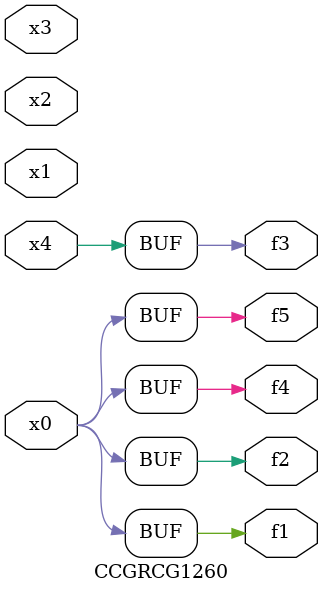
<source format=v>
module CCGRCG1260(
	input x0, x1, x2, x3, x4,
	output f1, f2, f3, f4, f5
);
	assign f1 = x0;
	assign f2 = x0;
	assign f3 = x4;
	assign f4 = x0;
	assign f5 = x0;
endmodule

</source>
